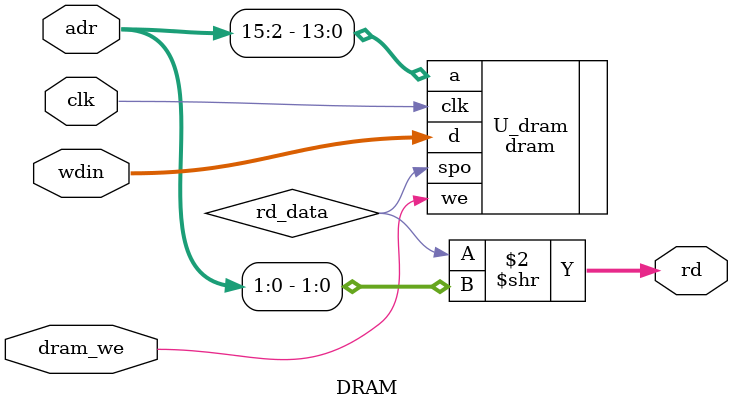
<source format=v>
`timescale 1ns / 1ps
module DRAM(
    input           clk,
    input   [31:0]  adr,        // from ALU.C
    input           dram_we,    // write_enable
    input   [31:0]  wdin,       // from RF.rD2
    output  [31:0]  rd          // data from dram
    );

wire rd_data;
always @(*) begin
    rd = rd_data >> adr[1:0];
end
dram U_dram (
    .clk    (clk),              // input wire clka
    .a      (adr[15:2]),        // input wire [13:0] addra
    .spo    (rd_data),               // output wire [31:0] douta
    .we     (dram_we),          // input wire [0:0] wea
    .d      (wdin)              // input wire [31:0] dina
);
endmodule

</source>
